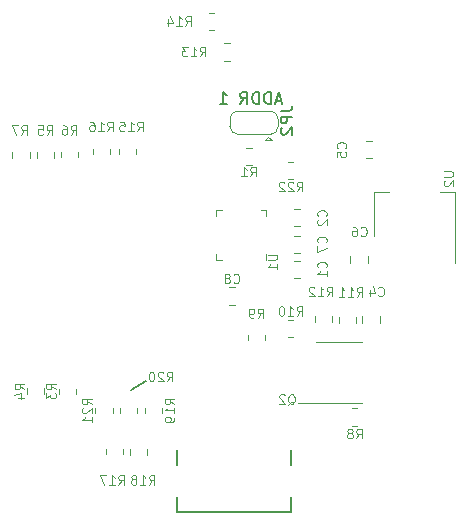
<source format=gbr>
%TF.GenerationSoftware,KiCad,Pcbnew,7.0.7-7.0.7~ubuntu23.04.1*%
%TF.CreationDate,2023-10-13T11:28:34+00:00*%
%TF.ProjectId,USBPDSINK01,55534250-4453-4494-9e4b-30312e6b6963,rev?*%
%TF.SameCoordinates,Original*%
%TF.FileFunction,Legend,Bot*%
%TF.FilePolarity,Positive*%
%FSLAX46Y46*%
G04 Gerber Fmt 4.6, Leading zero omitted, Abs format (unit mm)*
G04 Created by KiCad (PCBNEW 7.0.7-7.0.7~ubuntu23.04.1) date 2023-10-13 11:28:34*
%MOMM*%
%LPD*%
G01*
G04 APERTURE LIST*
%ADD10C,0.150000*%
%ADD11C,0.100000*%
%ADD12C,0.120000*%
%ADD13C,0.200000*%
G04 APERTURE END LIST*
D10*
X16650000Y15905000D02*
X17950000Y16655000D01*
X29410839Y40395896D02*
X28934649Y40395896D01*
X29506077Y40110181D02*
X29172744Y41110181D01*
X29172744Y41110181D02*
X28839411Y40110181D01*
X28506077Y40110181D02*
X28506077Y41110181D01*
X28506077Y41110181D02*
X28267982Y41110181D01*
X28267982Y41110181D02*
X28125125Y41062562D01*
X28125125Y41062562D02*
X28029887Y40967324D01*
X28029887Y40967324D02*
X27982268Y40872086D01*
X27982268Y40872086D02*
X27934649Y40681610D01*
X27934649Y40681610D02*
X27934649Y40538753D01*
X27934649Y40538753D02*
X27982268Y40348277D01*
X27982268Y40348277D02*
X28029887Y40253039D01*
X28029887Y40253039D02*
X28125125Y40157800D01*
X28125125Y40157800D02*
X28267982Y40110181D01*
X28267982Y40110181D02*
X28506077Y40110181D01*
X27506077Y40110181D02*
X27506077Y41110181D01*
X27506077Y41110181D02*
X27267982Y41110181D01*
X27267982Y41110181D02*
X27125125Y41062562D01*
X27125125Y41062562D02*
X27029887Y40967324D01*
X27029887Y40967324D02*
X26982268Y40872086D01*
X26982268Y40872086D02*
X26934649Y40681610D01*
X26934649Y40681610D02*
X26934649Y40538753D01*
X26934649Y40538753D02*
X26982268Y40348277D01*
X26982268Y40348277D02*
X27029887Y40253039D01*
X27029887Y40253039D02*
X27125125Y40157800D01*
X27125125Y40157800D02*
X27267982Y40110181D01*
X27267982Y40110181D02*
X27506077Y40110181D01*
X25934649Y40110181D02*
X26267982Y40586372D01*
X26506077Y40110181D02*
X26506077Y41110181D01*
X26506077Y41110181D02*
X26125125Y41110181D01*
X26125125Y41110181D02*
X26029887Y41062562D01*
X26029887Y41062562D02*
X25982268Y41014943D01*
X25982268Y41014943D02*
X25934649Y40919705D01*
X25934649Y40919705D02*
X25934649Y40776848D01*
X25934649Y40776848D02*
X25982268Y40681610D01*
X25982268Y40681610D02*
X26029887Y40633991D01*
X26029887Y40633991D02*
X26125125Y40586372D01*
X26125125Y40586372D02*
X26506077Y40586372D01*
X24220363Y40110181D02*
X24791791Y40110181D01*
X24506077Y40110181D02*
X24506077Y41110181D01*
X24506077Y41110181D02*
X24601315Y40967324D01*
X24601315Y40967324D02*
X24696553Y40872086D01*
X24696553Y40872086D02*
X24791791Y40824467D01*
D11*
X30714285Y22185105D02*
X30980952Y22566058D01*
X31171428Y22185105D02*
X31171428Y22985105D01*
X31171428Y22985105D02*
X30866666Y22985105D01*
X30866666Y22985105D02*
X30790476Y22947010D01*
X30790476Y22947010D02*
X30752381Y22908915D01*
X30752381Y22908915D02*
X30714285Y22832724D01*
X30714285Y22832724D02*
X30714285Y22718439D01*
X30714285Y22718439D02*
X30752381Y22642248D01*
X30752381Y22642248D02*
X30790476Y22604153D01*
X30790476Y22604153D02*
X30866666Y22566058D01*
X30866666Y22566058D02*
X31171428Y22566058D01*
X29952381Y22185105D02*
X30409524Y22185105D01*
X30180952Y22185105D02*
X30180952Y22985105D01*
X30180952Y22985105D02*
X30257143Y22870820D01*
X30257143Y22870820D02*
X30333333Y22794629D01*
X30333333Y22794629D02*
X30409524Y22756534D01*
X29457142Y22985105D02*
X29380952Y22985105D01*
X29380952Y22985105D02*
X29304761Y22947010D01*
X29304761Y22947010D02*
X29266666Y22908915D01*
X29266666Y22908915D02*
X29228571Y22832724D01*
X29228571Y22832724D02*
X29190476Y22680343D01*
X29190476Y22680343D02*
X29190476Y22489867D01*
X29190476Y22489867D02*
X29228571Y22337486D01*
X29228571Y22337486D02*
X29266666Y22261296D01*
X29266666Y22261296D02*
X29304761Y22223200D01*
X29304761Y22223200D02*
X29380952Y22185105D01*
X29380952Y22185105D02*
X29457142Y22185105D01*
X29457142Y22185105D02*
X29533333Y22223200D01*
X29533333Y22223200D02*
X29571428Y22261296D01*
X29571428Y22261296D02*
X29609523Y22337486D01*
X29609523Y22337486D02*
X29647619Y22489867D01*
X29647619Y22489867D02*
X29647619Y22680343D01*
X29647619Y22680343D02*
X29609523Y22832724D01*
X29609523Y22832724D02*
X29571428Y22908915D01*
X29571428Y22908915D02*
X29533333Y22947010D01*
X29533333Y22947010D02*
X29457142Y22985105D01*
X33264285Y23835105D02*
X33530952Y24216058D01*
X33721428Y23835105D02*
X33721428Y24635105D01*
X33721428Y24635105D02*
X33416666Y24635105D01*
X33416666Y24635105D02*
X33340476Y24597010D01*
X33340476Y24597010D02*
X33302381Y24558915D01*
X33302381Y24558915D02*
X33264285Y24482724D01*
X33264285Y24482724D02*
X33264285Y24368439D01*
X33264285Y24368439D02*
X33302381Y24292248D01*
X33302381Y24292248D02*
X33340476Y24254153D01*
X33340476Y24254153D02*
X33416666Y24216058D01*
X33416666Y24216058D02*
X33721428Y24216058D01*
X32502381Y23835105D02*
X32959524Y23835105D01*
X32730952Y23835105D02*
X32730952Y24635105D01*
X32730952Y24635105D02*
X32807143Y24520820D01*
X32807143Y24520820D02*
X32883333Y24444629D01*
X32883333Y24444629D02*
X32959524Y24406534D01*
X32197619Y24558915D02*
X32159523Y24597010D01*
X32159523Y24597010D02*
X32083333Y24635105D01*
X32083333Y24635105D02*
X31892857Y24635105D01*
X31892857Y24635105D02*
X31816666Y24597010D01*
X31816666Y24597010D02*
X31778571Y24558915D01*
X31778571Y24558915D02*
X31740476Y24482724D01*
X31740476Y24482724D02*
X31740476Y24406534D01*
X31740476Y24406534D02*
X31778571Y24292248D01*
X31778571Y24292248D02*
X32235714Y23835105D01*
X32235714Y23835105D02*
X31740476Y23835105D01*
X34838704Y36363333D02*
X34876800Y36401429D01*
X34876800Y36401429D02*
X34914895Y36515714D01*
X34914895Y36515714D02*
X34914895Y36591905D01*
X34914895Y36591905D02*
X34876800Y36706191D01*
X34876800Y36706191D02*
X34800609Y36782381D01*
X34800609Y36782381D02*
X34724419Y36820476D01*
X34724419Y36820476D02*
X34572038Y36858572D01*
X34572038Y36858572D02*
X34457752Y36858572D01*
X34457752Y36858572D02*
X34305371Y36820476D01*
X34305371Y36820476D02*
X34229180Y36782381D01*
X34229180Y36782381D02*
X34152990Y36706191D01*
X34152990Y36706191D02*
X34114895Y36591905D01*
X34114895Y36591905D02*
X34114895Y36515714D01*
X34114895Y36515714D02*
X34152990Y36401429D01*
X34152990Y36401429D02*
X34191085Y36363333D01*
X34114895Y35639524D02*
X34114895Y36020476D01*
X34114895Y36020476D02*
X34495847Y36058572D01*
X34495847Y36058572D02*
X34457752Y36020476D01*
X34457752Y36020476D02*
X34419657Y35944286D01*
X34419657Y35944286D02*
X34419657Y35753810D01*
X34419657Y35753810D02*
X34457752Y35677619D01*
X34457752Y35677619D02*
X34495847Y35639524D01*
X34495847Y35639524D02*
X34572038Y35601429D01*
X34572038Y35601429D02*
X34762514Y35601429D01*
X34762514Y35601429D02*
X34838704Y35639524D01*
X34838704Y35639524D02*
X34876800Y35677619D01*
X34876800Y35677619D02*
X34914895Y35753810D01*
X34914895Y35753810D02*
X34914895Y35944286D01*
X34914895Y35944286D02*
X34876800Y36020476D01*
X34876800Y36020476D02*
X34838704Y36058572D01*
X35745832Y11785105D02*
X36012499Y12166058D01*
X36202975Y11785105D02*
X36202975Y12585105D01*
X36202975Y12585105D02*
X35898213Y12585105D01*
X35898213Y12585105D02*
X35822023Y12547010D01*
X35822023Y12547010D02*
X35783928Y12508915D01*
X35783928Y12508915D02*
X35745832Y12432724D01*
X35745832Y12432724D02*
X35745832Y12318439D01*
X35745832Y12318439D02*
X35783928Y12242248D01*
X35783928Y12242248D02*
X35822023Y12204153D01*
X35822023Y12204153D02*
X35898213Y12166058D01*
X35898213Y12166058D02*
X36202975Y12166058D01*
X35288690Y12242248D02*
X35364880Y12280343D01*
X35364880Y12280343D02*
X35402975Y12318439D01*
X35402975Y12318439D02*
X35441071Y12394629D01*
X35441071Y12394629D02*
X35441071Y12432724D01*
X35441071Y12432724D02*
X35402975Y12508915D01*
X35402975Y12508915D02*
X35364880Y12547010D01*
X35364880Y12547010D02*
X35288690Y12585105D01*
X35288690Y12585105D02*
X35136309Y12585105D01*
X35136309Y12585105D02*
X35060118Y12547010D01*
X35060118Y12547010D02*
X35022023Y12508915D01*
X35022023Y12508915D02*
X34983928Y12432724D01*
X34983928Y12432724D02*
X34983928Y12394629D01*
X34983928Y12394629D02*
X35022023Y12318439D01*
X35022023Y12318439D02*
X35060118Y12280343D01*
X35060118Y12280343D02*
X35136309Y12242248D01*
X35136309Y12242248D02*
X35288690Y12242248D01*
X35288690Y12242248D02*
X35364880Y12204153D01*
X35364880Y12204153D02*
X35402975Y12166058D01*
X35402975Y12166058D02*
X35441071Y12089867D01*
X35441071Y12089867D02*
X35441071Y11937486D01*
X35441071Y11937486D02*
X35402975Y11861296D01*
X35402975Y11861296D02*
X35364880Y11823200D01*
X35364880Y11823200D02*
X35288690Y11785105D01*
X35288690Y11785105D02*
X35136309Y11785105D01*
X35136309Y11785105D02*
X35060118Y11823200D01*
X35060118Y11823200D02*
X35022023Y11861296D01*
X35022023Y11861296D02*
X34983928Y11937486D01*
X34983928Y11937486D02*
X34983928Y12089867D01*
X34983928Y12089867D02*
X35022023Y12166058D01*
X35022023Y12166058D02*
X35060118Y12204153D01*
X35060118Y12204153D02*
X35136309Y12242248D01*
X30726785Y32715105D02*
X30993452Y33096058D01*
X31183928Y32715105D02*
X31183928Y33515105D01*
X31183928Y33515105D02*
X30879166Y33515105D01*
X30879166Y33515105D02*
X30802976Y33477010D01*
X30802976Y33477010D02*
X30764881Y33438915D01*
X30764881Y33438915D02*
X30726785Y33362724D01*
X30726785Y33362724D02*
X30726785Y33248439D01*
X30726785Y33248439D02*
X30764881Y33172248D01*
X30764881Y33172248D02*
X30802976Y33134153D01*
X30802976Y33134153D02*
X30879166Y33096058D01*
X30879166Y33096058D02*
X31183928Y33096058D01*
X30422024Y33438915D02*
X30383928Y33477010D01*
X30383928Y33477010D02*
X30307738Y33515105D01*
X30307738Y33515105D02*
X30117262Y33515105D01*
X30117262Y33515105D02*
X30041071Y33477010D01*
X30041071Y33477010D02*
X30002976Y33438915D01*
X30002976Y33438915D02*
X29964881Y33362724D01*
X29964881Y33362724D02*
X29964881Y33286534D01*
X29964881Y33286534D02*
X30002976Y33172248D01*
X30002976Y33172248D02*
X30460119Y32715105D01*
X30460119Y32715105D02*
X29964881Y32715105D01*
X29660119Y33438915D02*
X29622023Y33477010D01*
X29622023Y33477010D02*
X29545833Y33515105D01*
X29545833Y33515105D02*
X29355357Y33515105D01*
X29355357Y33515105D02*
X29279166Y33477010D01*
X29279166Y33477010D02*
X29241071Y33438915D01*
X29241071Y33438915D02*
X29202976Y33362724D01*
X29202976Y33362724D02*
X29202976Y33286534D01*
X29202976Y33286534D02*
X29241071Y33172248D01*
X29241071Y33172248D02*
X29698214Y32715105D01*
X29698214Y32715105D02*
X29202976Y32715105D01*
X36133332Y28971296D02*
X36171428Y28933200D01*
X36171428Y28933200D02*
X36285713Y28895105D01*
X36285713Y28895105D02*
X36361904Y28895105D01*
X36361904Y28895105D02*
X36476190Y28933200D01*
X36476190Y28933200D02*
X36552380Y29009391D01*
X36552380Y29009391D02*
X36590475Y29085581D01*
X36590475Y29085581D02*
X36628571Y29237962D01*
X36628571Y29237962D02*
X36628571Y29352248D01*
X36628571Y29352248D02*
X36590475Y29504629D01*
X36590475Y29504629D02*
X36552380Y29580820D01*
X36552380Y29580820D02*
X36476190Y29657010D01*
X36476190Y29657010D02*
X36361904Y29695105D01*
X36361904Y29695105D02*
X36285713Y29695105D01*
X36285713Y29695105D02*
X36171428Y29657010D01*
X36171428Y29657010D02*
X36133332Y29618915D01*
X35447618Y29695105D02*
X35599999Y29695105D01*
X35599999Y29695105D02*
X35676190Y29657010D01*
X35676190Y29657010D02*
X35714285Y29618915D01*
X35714285Y29618915D02*
X35790475Y29504629D01*
X35790475Y29504629D02*
X35828571Y29352248D01*
X35828571Y29352248D02*
X35828571Y29047486D01*
X35828571Y29047486D02*
X35790475Y28971296D01*
X35790475Y28971296D02*
X35752380Y28933200D01*
X35752380Y28933200D02*
X35676190Y28895105D01*
X35676190Y28895105D02*
X35523809Y28895105D01*
X35523809Y28895105D02*
X35447618Y28933200D01*
X35447618Y28933200D02*
X35409523Y28971296D01*
X35409523Y28971296D02*
X35371428Y29047486D01*
X35371428Y29047486D02*
X35371428Y29237962D01*
X35371428Y29237962D02*
X35409523Y29314153D01*
X35409523Y29314153D02*
X35447618Y29352248D01*
X35447618Y29352248D02*
X35523809Y29390343D01*
X35523809Y29390343D02*
X35676190Y29390343D01*
X35676190Y29390343D02*
X35752380Y29352248D01*
X35752380Y29352248D02*
X35790475Y29314153D01*
X35790475Y29314153D02*
X35828571Y29237962D01*
X29976190Y14638915D02*
X30052380Y14677010D01*
X30052380Y14677010D02*
X30128571Y14753200D01*
X30128571Y14753200D02*
X30242857Y14867486D01*
X30242857Y14867486D02*
X30319047Y14905581D01*
X30319047Y14905581D02*
X30395238Y14905581D01*
X30357142Y14715105D02*
X30433333Y14753200D01*
X30433333Y14753200D02*
X30509523Y14829391D01*
X30509523Y14829391D02*
X30547619Y14981772D01*
X30547619Y14981772D02*
X30547619Y15248439D01*
X30547619Y15248439D02*
X30509523Y15400820D01*
X30509523Y15400820D02*
X30433333Y15477010D01*
X30433333Y15477010D02*
X30357142Y15515105D01*
X30357142Y15515105D02*
X30204761Y15515105D01*
X30204761Y15515105D02*
X30128571Y15477010D01*
X30128571Y15477010D02*
X30052380Y15400820D01*
X30052380Y15400820D02*
X30014285Y15248439D01*
X30014285Y15248439D02*
X30014285Y14981772D01*
X30014285Y14981772D02*
X30052380Y14829391D01*
X30052380Y14829391D02*
X30128571Y14753200D01*
X30128571Y14753200D02*
X30204761Y14715105D01*
X30204761Y14715105D02*
X30357142Y14715105D01*
X29709524Y15438915D02*
X29671428Y15477010D01*
X29671428Y15477010D02*
X29595238Y15515105D01*
X29595238Y15515105D02*
X29404762Y15515105D01*
X29404762Y15515105D02*
X29328571Y15477010D01*
X29328571Y15477010D02*
X29290476Y15438915D01*
X29290476Y15438915D02*
X29252381Y15362724D01*
X29252381Y15362724D02*
X29252381Y15286534D01*
X29252381Y15286534D02*
X29290476Y15172248D01*
X29290476Y15172248D02*
X29747619Y14715105D01*
X29747619Y14715105D02*
X29252381Y14715105D01*
X33188704Y30613333D02*
X33226800Y30651429D01*
X33226800Y30651429D02*
X33264895Y30765714D01*
X33264895Y30765714D02*
X33264895Y30841905D01*
X33264895Y30841905D02*
X33226800Y30956191D01*
X33226800Y30956191D02*
X33150609Y31032381D01*
X33150609Y31032381D02*
X33074419Y31070476D01*
X33074419Y31070476D02*
X32922038Y31108572D01*
X32922038Y31108572D02*
X32807752Y31108572D01*
X32807752Y31108572D02*
X32655371Y31070476D01*
X32655371Y31070476D02*
X32579180Y31032381D01*
X32579180Y31032381D02*
X32502990Y30956191D01*
X32502990Y30956191D02*
X32464895Y30841905D01*
X32464895Y30841905D02*
X32464895Y30765714D01*
X32464895Y30765714D02*
X32502990Y30651429D01*
X32502990Y30651429D02*
X32541085Y30613333D01*
X32541085Y30308572D02*
X32502990Y30270476D01*
X32502990Y30270476D02*
X32464895Y30194286D01*
X32464895Y30194286D02*
X32464895Y30003810D01*
X32464895Y30003810D02*
X32502990Y29927619D01*
X32502990Y29927619D02*
X32541085Y29889524D01*
X32541085Y29889524D02*
X32617276Y29851429D01*
X32617276Y29851429D02*
X32693466Y29851429D01*
X32693466Y29851429D02*
X32807752Y29889524D01*
X32807752Y29889524D02*
X33264895Y30346667D01*
X33264895Y30346667D02*
X33264895Y29851429D01*
X43164895Y34389524D02*
X43812514Y34389524D01*
X43812514Y34389524D02*
X43888704Y34351429D01*
X43888704Y34351429D02*
X43926800Y34313334D01*
X43926800Y34313334D02*
X43964895Y34237143D01*
X43964895Y34237143D02*
X43964895Y34084762D01*
X43964895Y34084762D02*
X43926800Y34008572D01*
X43926800Y34008572D02*
X43888704Y33970477D01*
X43888704Y33970477D02*
X43812514Y33932381D01*
X43812514Y33932381D02*
X43164895Y33932381D01*
X43241085Y33589525D02*
X43202990Y33551429D01*
X43202990Y33551429D02*
X43164895Y33475239D01*
X43164895Y33475239D02*
X43164895Y33284763D01*
X43164895Y33284763D02*
X43202990Y33208572D01*
X43202990Y33208572D02*
X43241085Y33170477D01*
X43241085Y33170477D02*
X43317276Y33132382D01*
X43317276Y33132382D02*
X43393466Y33132382D01*
X43393466Y33132382D02*
X43507752Y33170477D01*
X43507752Y33170477D02*
X43964895Y33627620D01*
X43964895Y33627620D02*
X43964895Y33132382D01*
X25363332Y24991296D02*
X25401428Y24953200D01*
X25401428Y24953200D02*
X25515713Y24915105D01*
X25515713Y24915105D02*
X25591904Y24915105D01*
X25591904Y24915105D02*
X25706190Y24953200D01*
X25706190Y24953200D02*
X25782380Y25029391D01*
X25782380Y25029391D02*
X25820475Y25105581D01*
X25820475Y25105581D02*
X25858571Y25257962D01*
X25858571Y25257962D02*
X25858571Y25372248D01*
X25858571Y25372248D02*
X25820475Y25524629D01*
X25820475Y25524629D02*
X25782380Y25600820D01*
X25782380Y25600820D02*
X25706190Y25677010D01*
X25706190Y25677010D02*
X25591904Y25715105D01*
X25591904Y25715105D02*
X25515713Y25715105D01*
X25515713Y25715105D02*
X25401428Y25677010D01*
X25401428Y25677010D02*
X25363332Y25638915D01*
X24906190Y25372248D02*
X24982380Y25410343D01*
X24982380Y25410343D02*
X25020475Y25448439D01*
X25020475Y25448439D02*
X25058571Y25524629D01*
X25058571Y25524629D02*
X25058571Y25562724D01*
X25058571Y25562724D02*
X25020475Y25638915D01*
X25020475Y25638915D02*
X24982380Y25677010D01*
X24982380Y25677010D02*
X24906190Y25715105D01*
X24906190Y25715105D02*
X24753809Y25715105D01*
X24753809Y25715105D02*
X24677618Y25677010D01*
X24677618Y25677010D02*
X24639523Y25638915D01*
X24639523Y25638915D02*
X24601428Y25562724D01*
X24601428Y25562724D02*
X24601428Y25524629D01*
X24601428Y25524629D02*
X24639523Y25448439D01*
X24639523Y25448439D02*
X24677618Y25410343D01*
X24677618Y25410343D02*
X24753809Y25372248D01*
X24753809Y25372248D02*
X24906190Y25372248D01*
X24906190Y25372248D02*
X24982380Y25334153D01*
X24982380Y25334153D02*
X25020475Y25296058D01*
X25020475Y25296058D02*
X25058571Y25219867D01*
X25058571Y25219867D02*
X25058571Y25067486D01*
X25058571Y25067486D02*
X25020475Y24991296D01*
X25020475Y24991296D02*
X24982380Y24953200D01*
X24982380Y24953200D02*
X24906190Y24915105D01*
X24906190Y24915105D02*
X24753809Y24915105D01*
X24753809Y24915105D02*
X24677618Y24953200D01*
X24677618Y24953200D02*
X24639523Y24991296D01*
X24639523Y24991296D02*
X24601428Y25067486D01*
X24601428Y25067486D02*
X24601428Y25219867D01*
X24601428Y25219867D02*
X24639523Y25296058D01*
X24639523Y25296058D02*
X24677618Y25334153D01*
X24677618Y25334153D02*
X24753809Y25372248D01*
X14664285Y37815105D02*
X14930952Y38196058D01*
X15121428Y37815105D02*
X15121428Y38615105D01*
X15121428Y38615105D02*
X14816666Y38615105D01*
X14816666Y38615105D02*
X14740476Y38577010D01*
X14740476Y38577010D02*
X14702381Y38538915D01*
X14702381Y38538915D02*
X14664285Y38462724D01*
X14664285Y38462724D02*
X14664285Y38348439D01*
X14664285Y38348439D02*
X14702381Y38272248D01*
X14702381Y38272248D02*
X14740476Y38234153D01*
X14740476Y38234153D02*
X14816666Y38196058D01*
X14816666Y38196058D02*
X15121428Y38196058D01*
X13902381Y37815105D02*
X14359524Y37815105D01*
X14130952Y37815105D02*
X14130952Y38615105D01*
X14130952Y38615105D02*
X14207143Y38500820D01*
X14207143Y38500820D02*
X14283333Y38424629D01*
X14283333Y38424629D02*
X14359524Y38386534D01*
X13216666Y38615105D02*
X13369047Y38615105D01*
X13369047Y38615105D02*
X13445238Y38577010D01*
X13445238Y38577010D02*
X13483333Y38538915D01*
X13483333Y38538915D02*
X13559523Y38424629D01*
X13559523Y38424629D02*
X13597619Y38272248D01*
X13597619Y38272248D02*
X13597619Y37967486D01*
X13597619Y37967486D02*
X13559523Y37891296D01*
X13559523Y37891296D02*
X13521428Y37853200D01*
X13521428Y37853200D02*
X13445238Y37815105D01*
X13445238Y37815105D02*
X13292857Y37815105D01*
X13292857Y37815105D02*
X13216666Y37853200D01*
X13216666Y37853200D02*
X13178571Y37891296D01*
X13178571Y37891296D02*
X13140476Y37967486D01*
X13140476Y37967486D02*
X13140476Y38157962D01*
X13140476Y38157962D02*
X13178571Y38234153D01*
X13178571Y38234153D02*
X13216666Y38272248D01*
X13216666Y38272248D02*
X13292857Y38310343D01*
X13292857Y38310343D02*
X13445238Y38310343D01*
X13445238Y38310343D02*
X13521428Y38272248D01*
X13521428Y38272248D02*
X13559523Y38234153D01*
X13559523Y38234153D02*
X13597619Y38157962D01*
X27433332Y21985105D02*
X27699999Y22366058D01*
X27890475Y21985105D02*
X27890475Y22785105D01*
X27890475Y22785105D02*
X27585713Y22785105D01*
X27585713Y22785105D02*
X27509523Y22747010D01*
X27509523Y22747010D02*
X27471428Y22708915D01*
X27471428Y22708915D02*
X27433332Y22632724D01*
X27433332Y22632724D02*
X27433332Y22518439D01*
X27433332Y22518439D02*
X27471428Y22442248D01*
X27471428Y22442248D02*
X27509523Y22404153D01*
X27509523Y22404153D02*
X27585713Y22366058D01*
X27585713Y22366058D02*
X27890475Y22366058D01*
X27052380Y21985105D02*
X26899999Y21985105D01*
X26899999Y21985105D02*
X26823809Y22023200D01*
X26823809Y22023200D02*
X26785713Y22061296D01*
X26785713Y22061296D02*
X26709523Y22175581D01*
X26709523Y22175581D02*
X26671428Y22327962D01*
X26671428Y22327962D02*
X26671428Y22632724D01*
X26671428Y22632724D02*
X26709523Y22708915D01*
X26709523Y22708915D02*
X26747618Y22747010D01*
X26747618Y22747010D02*
X26823809Y22785105D01*
X26823809Y22785105D02*
X26976190Y22785105D01*
X26976190Y22785105D02*
X27052380Y22747010D01*
X27052380Y22747010D02*
X27090475Y22708915D01*
X27090475Y22708915D02*
X27128571Y22632724D01*
X27128571Y22632724D02*
X27128571Y22442248D01*
X27128571Y22442248D02*
X27090475Y22366058D01*
X27090475Y22366058D02*
X27052380Y22327962D01*
X27052380Y22327962D02*
X26976190Y22289867D01*
X26976190Y22289867D02*
X26823809Y22289867D01*
X26823809Y22289867D02*
X26747618Y22327962D01*
X26747618Y22327962D02*
X26709523Y22366058D01*
X26709523Y22366058D02*
X26671428Y22442248D01*
X11583332Y37515105D02*
X11849999Y37896058D01*
X12040475Y37515105D02*
X12040475Y38315105D01*
X12040475Y38315105D02*
X11735713Y38315105D01*
X11735713Y38315105D02*
X11659523Y38277010D01*
X11659523Y38277010D02*
X11621428Y38238915D01*
X11621428Y38238915D02*
X11583332Y38162724D01*
X11583332Y38162724D02*
X11583332Y38048439D01*
X11583332Y38048439D02*
X11621428Y37972248D01*
X11621428Y37972248D02*
X11659523Y37934153D01*
X11659523Y37934153D02*
X11735713Y37896058D01*
X11735713Y37896058D02*
X12040475Y37896058D01*
X10897618Y38315105D02*
X11049999Y38315105D01*
X11049999Y38315105D02*
X11126190Y38277010D01*
X11126190Y38277010D02*
X11164285Y38238915D01*
X11164285Y38238915D02*
X11240475Y38124629D01*
X11240475Y38124629D02*
X11278571Y37972248D01*
X11278571Y37972248D02*
X11278571Y37667486D01*
X11278571Y37667486D02*
X11240475Y37591296D01*
X11240475Y37591296D02*
X11202380Y37553200D01*
X11202380Y37553200D02*
X11126190Y37515105D01*
X11126190Y37515105D02*
X10973809Y37515105D01*
X10973809Y37515105D02*
X10897618Y37553200D01*
X10897618Y37553200D02*
X10859523Y37591296D01*
X10859523Y37591296D02*
X10821428Y37667486D01*
X10821428Y37667486D02*
X10821428Y37857962D01*
X10821428Y37857962D02*
X10859523Y37934153D01*
X10859523Y37934153D02*
X10897618Y37972248D01*
X10897618Y37972248D02*
X10973809Y38010343D01*
X10973809Y38010343D02*
X11126190Y38010343D01*
X11126190Y38010343D02*
X11202380Y37972248D01*
X11202380Y37972248D02*
X11240475Y37934153D01*
X11240475Y37934153D02*
X11278571Y37857962D01*
X33188704Y26263333D02*
X33226800Y26301429D01*
X33226800Y26301429D02*
X33264895Y26415714D01*
X33264895Y26415714D02*
X33264895Y26491905D01*
X33264895Y26491905D02*
X33226800Y26606191D01*
X33226800Y26606191D02*
X33150609Y26682381D01*
X33150609Y26682381D02*
X33074419Y26720476D01*
X33074419Y26720476D02*
X32922038Y26758572D01*
X32922038Y26758572D02*
X32807752Y26758572D01*
X32807752Y26758572D02*
X32655371Y26720476D01*
X32655371Y26720476D02*
X32579180Y26682381D01*
X32579180Y26682381D02*
X32502990Y26606191D01*
X32502990Y26606191D02*
X32464895Y26491905D01*
X32464895Y26491905D02*
X32464895Y26415714D01*
X32464895Y26415714D02*
X32502990Y26301429D01*
X32502990Y26301429D02*
X32541085Y26263333D01*
X33264895Y25501429D02*
X33264895Y25958572D01*
X33264895Y25730000D02*
X32464895Y25730000D01*
X32464895Y25730000D02*
X32579180Y25806191D01*
X32579180Y25806191D02*
X32655371Y25882381D01*
X32655371Y25882381D02*
X32693466Y25958572D01*
X19714285Y16635105D02*
X19980952Y17016058D01*
X20171428Y16635105D02*
X20171428Y17435105D01*
X20171428Y17435105D02*
X19866666Y17435105D01*
X19866666Y17435105D02*
X19790476Y17397010D01*
X19790476Y17397010D02*
X19752381Y17358915D01*
X19752381Y17358915D02*
X19714285Y17282724D01*
X19714285Y17282724D02*
X19714285Y17168439D01*
X19714285Y17168439D02*
X19752381Y17092248D01*
X19752381Y17092248D02*
X19790476Y17054153D01*
X19790476Y17054153D02*
X19866666Y17016058D01*
X19866666Y17016058D02*
X20171428Y17016058D01*
X19409524Y17358915D02*
X19371428Y17397010D01*
X19371428Y17397010D02*
X19295238Y17435105D01*
X19295238Y17435105D02*
X19104762Y17435105D01*
X19104762Y17435105D02*
X19028571Y17397010D01*
X19028571Y17397010D02*
X18990476Y17358915D01*
X18990476Y17358915D02*
X18952381Y17282724D01*
X18952381Y17282724D02*
X18952381Y17206534D01*
X18952381Y17206534D02*
X18990476Y17092248D01*
X18990476Y17092248D02*
X19447619Y16635105D01*
X19447619Y16635105D02*
X18952381Y16635105D01*
X18457142Y17435105D02*
X18380952Y17435105D01*
X18380952Y17435105D02*
X18304761Y17397010D01*
X18304761Y17397010D02*
X18266666Y17358915D01*
X18266666Y17358915D02*
X18228571Y17282724D01*
X18228571Y17282724D02*
X18190476Y17130343D01*
X18190476Y17130343D02*
X18190476Y16939867D01*
X18190476Y16939867D02*
X18228571Y16787486D01*
X18228571Y16787486D02*
X18266666Y16711296D01*
X18266666Y16711296D02*
X18304761Y16673200D01*
X18304761Y16673200D02*
X18380952Y16635105D01*
X18380952Y16635105D02*
X18457142Y16635105D01*
X18457142Y16635105D02*
X18533333Y16673200D01*
X18533333Y16673200D02*
X18571428Y16711296D01*
X18571428Y16711296D02*
X18609523Y16787486D01*
X18609523Y16787486D02*
X18647619Y16939867D01*
X18647619Y16939867D02*
X18647619Y17130343D01*
X18647619Y17130343D02*
X18609523Y17282724D01*
X18609523Y17282724D02*
X18571428Y17358915D01*
X18571428Y17358915D02*
X18533333Y17397010D01*
X18533333Y17397010D02*
X18457142Y17435105D01*
X18214285Y7885105D02*
X18480952Y8266058D01*
X18671428Y7885105D02*
X18671428Y8685105D01*
X18671428Y8685105D02*
X18366666Y8685105D01*
X18366666Y8685105D02*
X18290476Y8647010D01*
X18290476Y8647010D02*
X18252381Y8608915D01*
X18252381Y8608915D02*
X18214285Y8532724D01*
X18214285Y8532724D02*
X18214285Y8418439D01*
X18214285Y8418439D02*
X18252381Y8342248D01*
X18252381Y8342248D02*
X18290476Y8304153D01*
X18290476Y8304153D02*
X18366666Y8266058D01*
X18366666Y8266058D02*
X18671428Y8266058D01*
X17452381Y7885105D02*
X17909524Y7885105D01*
X17680952Y7885105D02*
X17680952Y8685105D01*
X17680952Y8685105D02*
X17757143Y8570820D01*
X17757143Y8570820D02*
X17833333Y8494629D01*
X17833333Y8494629D02*
X17909524Y8456534D01*
X16995238Y8342248D02*
X17071428Y8380343D01*
X17071428Y8380343D02*
X17109523Y8418439D01*
X17109523Y8418439D02*
X17147619Y8494629D01*
X17147619Y8494629D02*
X17147619Y8532724D01*
X17147619Y8532724D02*
X17109523Y8608915D01*
X17109523Y8608915D02*
X17071428Y8647010D01*
X17071428Y8647010D02*
X16995238Y8685105D01*
X16995238Y8685105D02*
X16842857Y8685105D01*
X16842857Y8685105D02*
X16766666Y8647010D01*
X16766666Y8647010D02*
X16728571Y8608915D01*
X16728571Y8608915D02*
X16690476Y8532724D01*
X16690476Y8532724D02*
X16690476Y8494629D01*
X16690476Y8494629D02*
X16728571Y8418439D01*
X16728571Y8418439D02*
X16766666Y8380343D01*
X16766666Y8380343D02*
X16842857Y8342248D01*
X16842857Y8342248D02*
X16995238Y8342248D01*
X16995238Y8342248D02*
X17071428Y8304153D01*
X17071428Y8304153D02*
X17109523Y8266058D01*
X17109523Y8266058D02*
X17147619Y8189867D01*
X17147619Y8189867D02*
X17147619Y8037486D01*
X17147619Y8037486D02*
X17109523Y7961296D01*
X17109523Y7961296D02*
X17071428Y7923200D01*
X17071428Y7923200D02*
X16995238Y7885105D01*
X16995238Y7885105D02*
X16842857Y7885105D01*
X16842857Y7885105D02*
X16766666Y7923200D01*
X16766666Y7923200D02*
X16728571Y7961296D01*
X16728571Y7961296D02*
X16690476Y8037486D01*
X16690476Y8037486D02*
X16690476Y8189867D01*
X16690476Y8189867D02*
X16728571Y8266058D01*
X16728571Y8266058D02*
X16766666Y8304153D01*
X16766666Y8304153D02*
X16842857Y8342248D01*
X22514285Y44135105D02*
X22780952Y44516058D01*
X22971428Y44135105D02*
X22971428Y44935105D01*
X22971428Y44935105D02*
X22666666Y44935105D01*
X22666666Y44935105D02*
X22590476Y44897010D01*
X22590476Y44897010D02*
X22552381Y44858915D01*
X22552381Y44858915D02*
X22514285Y44782724D01*
X22514285Y44782724D02*
X22514285Y44668439D01*
X22514285Y44668439D02*
X22552381Y44592248D01*
X22552381Y44592248D02*
X22590476Y44554153D01*
X22590476Y44554153D02*
X22666666Y44516058D01*
X22666666Y44516058D02*
X22971428Y44516058D01*
X21752381Y44135105D02*
X22209524Y44135105D01*
X21980952Y44135105D02*
X21980952Y44935105D01*
X21980952Y44935105D02*
X22057143Y44820820D01*
X22057143Y44820820D02*
X22133333Y44744629D01*
X22133333Y44744629D02*
X22209524Y44706534D01*
X21485714Y44935105D02*
X20990476Y44935105D01*
X20990476Y44935105D02*
X21257142Y44630343D01*
X21257142Y44630343D02*
X21142857Y44630343D01*
X21142857Y44630343D02*
X21066666Y44592248D01*
X21066666Y44592248D02*
X21028571Y44554153D01*
X21028571Y44554153D02*
X20990476Y44477962D01*
X20990476Y44477962D02*
X20990476Y44287486D01*
X20990476Y44287486D02*
X21028571Y44211296D01*
X21028571Y44211296D02*
X21066666Y44173200D01*
X21066666Y44173200D02*
X21142857Y44135105D01*
X21142857Y44135105D02*
X21371428Y44135105D01*
X21371428Y44135105D02*
X21447619Y44173200D01*
X21447619Y44173200D02*
X21485714Y44211296D01*
X10324895Y15933333D02*
X9943942Y16200000D01*
X10324895Y16390476D02*
X9524895Y16390476D01*
X9524895Y16390476D02*
X9524895Y16085714D01*
X9524895Y16085714D02*
X9562990Y16009524D01*
X9562990Y16009524D02*
X9601085Y15971429D01*
X9601085Y15971429D02*
X9677276Y15933333D01*
X9677276Y15933333D02*
X9791561Y15933333D01*
X9791561Y15933333D02*
X9867752Y15971429D01*
X9867752Y15971429D02*
X9905847Y16009524D01*
X9905847Y16009524D02*
X9943942Y16085714D01*
X9943942Y16085714D02*
X9943942Y16390476D01*
X9524895Y15666667D02*
X9524895Y15171429D01*
X9524895Y15171429D02*
X9829657Y15438095D01*
X9829657Y15438095D02*
X9829657Y15323810D01*
X9829657Y15323810D02*
X9867752Y15247619D01*
X9867752Y15247619D02*
X9905847Y15209524D01*
X9905847Y15209524D02*
X9982038Y15171429D01*
X9982038Y15171429D02*
X10172514Y15171429D01*
X10172514Y15171429D02*
X10248704Y15209524D01*
X10248704Y15209524D02*
X10286800Y15247619D01*
X10286800Y15247619D02*
X10324895Y15323810D01*
X10324895Y15323810D02*
X10324895Y15552381D01*
X10324895Y15552381D02*
X10286800Y15628572D01*
X10286800Y15628572D02*
X10248704Y15666667D01*
X28264895Y27359524D02*
X28912514Y27359524D01*
X28912514Y27359524D02*
X28988704Y27321429D01*
X28988704Y27321429D02*
X29026800Y27283334D01*
X29026800Y27283334D02*
X29064895Y27207143D01*
X29064895Y27207143D02*
X29064895Y27054762D01*
X29064895Y27054762D02*
X29026800Y26978572D01*
X29026800Y26978572D02*
X28988704Y26940477D01*
X28988704Y26940477D02*
X28912514Y26902381D01*
X28912514Y26902381D02*
X28264895Y26902381D01*
X29064895Y26102382D02*
X29064895Y26559525D01*
X29064895Y26330953D02*
X28264895Y26330953D01*
X28264895Y26330953D02*
X28379180Y26407144D01*
X28379180Y26407144D02*
X28455371Y26483334D01*
X28455371Y26483334D02*
X28493466Y26559525D01*
X15614285Y7885105D02*
X15880952Y8266058D01*
X16071428Y7885105D02*
X16071428Y8685105D01*
X16071428Y8685105D02*
X15766666Y8685105D01*
X15766666Y8685105D02*
X15690476Y8647010D01*
X15690476Y8647010D02*
X15652381Y8608915D01*
X15652381Y8608915D02*
X15614285Y8532724D01*
X15614285Y8532724D02*
X15614285Y8418439D01*
X15614285Y8418439D02*
X15652381Y8342248D01*
X15652381Y8342248D02*
X15690476Y8304153D01*
X15690476Y8304153D02*
X15766666Y8266058D01*
X15766666Y8266058D02*
X16071428Y8266058D01*
X14852381Y7885105D02*
X15309524Y7885105D01*
X15080952Y7885105D02*
X15080952Y8685105D01*
X15080952Y8685105D02*
X15157143Y8570820D01*
X15157143Y8570820D02*
X15233333Y8494629D01*
X15233333Y8494629D02*
X15309524Y8456534D01*
X14585714Y8685105D02*
X14052380Y8685105D01*
X14052380Y8685105D02*
X14395238Y7885105D01*
X17214285Y37815105D02*
X17480952Y38196058D01*
X17671428Y37815105D02*
X17671428Y38615105D01*
X17671428Y38615105D02*
X17366666Y38615105D01*
X17366666Y38615105D02*
X17290476Y38577010D01*
X17290476Y38577010D02*
X17252381Y38538915D01*
X17252381Y38538915D02*
X17214285Y38462724D01*
X17214285Y38462724D02*
X17214285Y38348439D01*
X17214285Y38348439D02*
X17252381Y38272248D01*
X17252381Y38272248D02*
X17290476Y38234153D01*
X17290476Y38234153D02*
X17366666Y38196058D01*
X17366666Y38196058D02*
X17671428Y38196058D01*
X16452381Y37815105D02*
X16909524Y37815105D01*
X16680952Y37815105D02*
X16680952Y38615105D01*
X16680952Y38615105D02*
X16757143Y38500820D01*
X16757143Y38500820D02*
X16833333Y38424629D01*
X16833333Y38424629D02*
X16909524Y38386534D01*
X15728571Y38615105D02*
X16109523Y38615105D01*
X16109523Y38615105D02*
X16147619Y38234153D01*
X16147619Y38234153D02*
X16109523Y38272248D01*
X16109523Y38272248D02*
X16033333Y38310343D01*
X16033333Y38310343D02*
X15842857Y38310343D01*
X15842857Y38310343D02*
X15766666Y38272248D01*
X15766666Y38272248D02*
X15728571Y38234153D01*
X15728571Y38234153D02*
X15690476Y38157962D01*
X15690476Y38157962D02*
X15690476Y37967486D01*
X15690476Y37967486D02*
X15728571Y37891296D01*
X15728571Y37891296D02*
X15766666Y37853200D01*
X15766666Y37853200D02*
X15842857Y37815105D01*
X15842857Y37815105D02*
X16033333Y37815105D01*
X16033333Y37815105D02*
X16109523Y37853200D01*
X16109523Y37853200D02*
X16147619Y37891296D01*
X7383332Y37515105D02*
X7649999Y37896058D01*
X7840475Y37515105D02*
X7840475Y38315105D01*
X7840475Y38315105D02*
X7535713Y38315105D01*
X7535713Y38315105D02*
X7459523Y38277010D01*
X7459523Y38277010D02*
X7421428Y38238915D01*
X7421428Y38238915D02*
X7383332Y38162724D01*
X7383332Y38162724D02*
X7383332Y38048439D01*
X7383332Y38048439D02*
X7421428Y37972248D01*
X7421428Y37972248D02*
X7459523Y37934153D01*
X7459523Y37934153D02*
X7535713Y37896058D01*
X7535713Y37896058D02*
X7840475Y37896058D01*
X7116666Y38315105D02*
X6583332Y38315105D01*
X6583332Y38315105D02*
X6926190Y37515105D01*
X9533332Y37515105D02*
X9799999Y37896058D01*
X9990475Y37515105D02*
X9990475Y38315105D01*
X9990475Y38315105D02*
X9685713Y38315105D01*
X9685713Y38315105D02*
X9609523Y38277010D01*
X9609523Y38277010D02*
X9571428Y38238915D01*
X9571428Y38238915D02*
X9533332Y38162724D01*
X9533332Y38162724D02*
X9533332Y38048439D01*
X9533332Y38048439D02*
X9571428Y37972248D01*
X9571428Y37972248D02*
X9609523Y37934153D01*
X9609523Y37934153D02*
X9685713Y37896058D01*
X9685713Y37896058D02*
X9990475Y37896058D01*
X8809523Y38315105D02*
X9190475Y38315105D01*
X9190475Y38315105D02*
X9228571Y37934153D01*
X9228571Y37934153D02*
X9190475Y37972248D01*
X9190475Y37972248D02*
X9114285Y38010343D01*
X9114285Y38010343D02*
X8923809Y38010343D01*
X8923809Y38010343D02*
X8847618Y37972248D01*
X8847618Y37972248D02*
X8809523Y37934153D01*
X8809523Y37934153D02*
X8771428Y37857962D01*
X8771428Y37857962D02*
X8771428Y37667486D01*
X8771428Y37667486D02*
X8809523Y37591296D01*
X8809523Y37591296D02*
X8847618Y37553200D01*
X8847618Y37553200D02*
X8923809Y37515105D01*
X8923809Y37515105D02*
X9114285Y37515105D01*
X9114285Y37515105D02*
X9190475Y37553200D01*
X9190475Y37553200D02*
X9228571Y37591296D01*
X33188704Y28383333D02*
X33226800Y28421429D01*
X33226800Y28421429D02*
X33264895Y28535714D01*
X33264895Y28535714D02*
X33264895Y28611905D01*
X33264895Y28611905D02*
X33226800Y28726191D01*
X33226800Y28726191D02*
X33150609Y28802381D01*
X33150609Y28802381D02*
X33074419Y28840476D01*
X33074419Y28840476D02*
X32922038Y28878572D01*
X32922038Y28878572D02*
X32807752Y28878572D01*
X32807752Y28878572D02*
X32655371Y28840476D01*
X32655371Y28840476D02*
X32579180Y28802381D01*
X32579180Y28802381D02*
X32502990Y28726191D01*
X32502990Y28726191D02*
X32464895Y28611905D01*
X32464895Y28611905D02*
X32464895Y28535714D01*
X32464895Y28535714D02*
X32502990Y28421429D01*
X32502990Y28421429D02*
X32541085Y28383333D01*
X32464895Y28116667D02*
X32464895Y27583333D01*
X32464895Y27583333D02*
X33264895Y27926191D01*
D10*
X29354819Y39513334D02*
X30069104Y39513334D01*
X30069104Y39513334D02*
X30211961Y39560953D01*
X30211961Y39560953D02*
X30307200Y39656191D01*
X30307200Y39656191D02*
X30354819Y39799048D01*
X30354819Y39799048D02*
X30354819Y39894286D01*
X30354819Y39037143D02*
X29354819Y39037143D01*
X29354819Y39037143D02*
X29354819Y38656191D01*
X29354819Y38656191D02*
X29402438Y38560953D01*
X29402438Y38560953D02*
X29450057Y38513334D01*
X29450057Y38513334D02*
X29545295Y38465715D01*
X29545295Y38465715D02*
X29688152Y38465715D01*
X29688152Y38465715D02*
X29783390Y38513334D01*
X29783390Y38513334D02*
X29831009Y38560953D01*
X29831009Y38560953D02*
X29878628Y38656191D01*
X29878628Y38656191D02*
X29878628Y39037143D01*
X29450057Y38084762D02*
X29402438Y38037143D01*
X29402438Y38037143D02*
X29354819Y37941905D01*
X29354819Y37941905D02*
X29354819Y37703810D01*
X29354819Y37703810D02*
X29402438Y37608572D01*
X29402438Y37608572D02*
X29450057Y37560953D01*
X29450057Y37560953D02*
X29545295Y37513334D01*
X29545295Y37513334D02*
X29640533Y37513334D01*
X29640533Y37513334D02*
X29783390Y37560953D01*
X29783390Y37560953D02*
X30354819Y38132381D01*
X30354819Y38132381D02*
X30354819Y37513334D01*
D11*
X13364895Y14664286D02*
X12983942Y14930953D01*
X13364895Y15121429D02*
X12564895Y15121429D01*
X12564895Y15121429D02*
X12564895Y14816667D01*
X12564895Y14816667D02*
X12602990Y14740477D01*
X12602990Y14740477D02*
X12641085Y14702382D01*
X12641085Y14702382D02*
X12717276Y14664286D01*
X12717276Y14664286D02*
X12831561Y14664286D01*
X12831561Y14664286D02*
X12907752Y14702382D01*
X12907752Y14702382D02*
X12945847Y14740477D01*
X12945847Y14740477D02*
X12983942Y14816667D01*
X12983942Y14816667D02*
X12983942Y15121429D01*
X12641085Y14359525D02*
X12602990Y14321429D01*
X12602990Y14321429D02*
X12564895Y14245239D01*
X12564895Y14245239D02*
X12564895Y14054763D01*
X12564895Y14054763D02*
X12602990Y13978572D01*
X12602990Y13978572D02*
X12641085Y13940477D01*
X12641085Y13940477D02*
X12717276Y13902382D01*
X12717276Y13902382D02*
X12793466Y13902382D01*
X12793466Y13902382D02*
X12907752Y13940477D01*
X12907752Y13940477D02*
X13364895Y14397620D01*
X13364895Y14397620D02*
X13364895Y13902382D01*
X13364895Y13140477D02*
X13364895Y13597620D01*
X13364895Y13369048D02*
X12564895Y13369048D01*
X12564895Y13369048D02*
X12679180Y13445239D01*
X12679180Y13445239D02*
X12755371Y13521429D01*
X12755371Y13521429D02*
X12793466Y13597620D01*
X37633332Y23911296D02*
X37671428Y23873200D01*
X37671428Y23873200D02*
X37785713Y23835105D01*
X37785713Y23835105D02*
X37861904Y23835105D01*
X37861904Y23835105D02*
X37976190Y23873200D01*
X37976190Y23873200D02*
X38052380Y23949391D01*
X38052380Y23949391D02*
X38090475Y24025581D01*
X38090475Y24025581D02*
X38128571Y24177962D01*
X38128571Y24177962D02*
X38128571Y24292248D01*
X38128571Y24292248D02*
X38090475Y24444629D01*
X38090475Y24444629D02*
X38052380Y24520820D01*
X38052380Y24520820D02*
X37976190Y24597010D01*
X37976190Y24597010D02*
X37861904Y24635105D01*
X37861904Y24635105D02*
X37785713Y24635105D01*
X37785713Y24635105D02*
X37671428Y24597010D01*
X37671428Y24597010D02*
X37633332Y24558915D01*
X36947618Y24368439D02*
X36947618Y23835105D01*
X37138094Y24673200D02*
X37328571Y24101772D01*
X37328571Y24101772D02*
X36833332Y24101772D01*
X21264285Y46735105D02*
X21530952Y47116058D01*
X21721428Y46735105D02*
X21721428Y47535105D01*
X21721428Y47535105D02*
X21416666Y47535105D01*
X21416666Y47535105D02*
X21340476Y47497010D01*
X21340476Y47497010D02*
X21302381Y47458915D01*
X21302381Y47458915D02*
X21264285Y47382724D01*
X21264285Y47382724D02*
X21264285Y47268439D01*
X21264285Y47268439D02*
X21302381Y47192248D01*
X21302381Y47192248D02*
X21340476Y47154153D01*
X21340476Y47154153D02*
X21416666Y47116058D01*
X21416666Y47116058D02*
X21721428Y47116058D01*
X20502381Y46735105D02*
X20959524Y46735105D01*
X20730952Y46735105D02*
X20730952Y47535105D01*
X20730952Y47535105D02*
X20807143Y47420820D01*
X20807143Y47420820D02*
X20883333Y47344629D01*
X20883333Y47344629D02*
X20959524Y47306534D01*
X19816666Y47268439D02*
X19816666Y46735105D01*
X20007142Y47573200D02*
X20197619Y47001772D01*
X20197619Y47001772D02*
X19702380Y47001772D01*
X26783332Y33965105D02*
X27049999Y34346058D01*
X27240475Y33965105D02*
X27240475Y34765105D01*
X27240475Y34765105D02*
X26935713Y34765105D01*
X26935713Y34765105D02*
X26859523Y34727010D01*
X26859523Y34727010D02*
X26821428Y34688915D01*
X26821428Y34688915D02*
X26783332Y34612724D01*
X26783332Y34612724D02*
X26783332Y34498439D01*
X26783332Y34498439D02*
X26821428Y34422248D01*
X26821428Y34422248D02*
X26859523Y34384153D01*
X26859523Y34384153D02*
X26935713Y34346058D01*
X26935713Y34346058D02*
X27240475Y34346058D01*
X26021428Y33965105D02*
X26478571Y33965105D01*
X26249999Y33965105D02*
X26249999Y34765105D01*
X26249999Y34765105D02*
X26326190Y34650820D01*
X26326190Y34650820D02*
X26402380Y34574629D01*
X26402380Y34574629D02*
X26478571Y34536534D01*
X7644895Y15933333D02*
X7263942Y16200000D01*
X7644895Y16390476D02*
X6844895Y16390476D01*
X6844895Y16390476D02*
X6844895Y16085714D01*
X6844895Y16085714D02*
X6882990Y16009524D01*
X6882990Y16009524D02*
X6921085Y15971429D01*
X6921085Y15971429D02*
X6997276Y15933333D01*
X6997276Y15933333D02*
X7111561Y15933333D01*
X7111561Y15933333D02*
X7187752Y15971429D01*
X7187752Y15971429D02*
X7225847Y16009524D01*
X7225847Y16009524D02*
X7263942Y16085714D01*
X7263942Y16085714D02*
X7263942Y16390476D01*
X7111561Y15247619D02*
X7644895Y15247619D01*
X6806800Y15438095D02*
X7378228Y15628572D01*
X7378228Y15628572D02*
X7378228Y15133333D01*
X35814285Y23785105D02*
X36080952Y24166058D01*
X36271428Y23785105D02*
X36271428Y24585105D01*
X36271428Y24585105D02*
X35966666Y24585105D01*
X35966666Y24585105D02*
X35890476Y24547010D01*
X35890476Y24547010D02*
X35852381Y24508915D01*
X35852381Y24508915D02*
X35814285Y24432724D01*
X35814285Y24432724D02*
X35814285Y24318439D01*
X35814285Y24318439D02*
X35852381Y24242248D01*
X35852381Y24242248D02*
X35890476Y24204153D01*
X35890476Y24204153D02*
X35966666Y24166058D01*
X35966666Y24166058D02*
X36271428Y24166058D01*
X35052381Y23785105D02*
X35509524Y23785105D01*
X35280952Y23785105D02*
X35280952Y24585105D01*
X35280952Y24585105D02*
X35357143Y24470820D01*
X35357143Y24470820D02*
X35433333Y24394629D01*
X35433333Y24394629D02*
X35509524Y24356534D01*
X34290476Y23785105D02*
X34747619Y23785105D01*
X34519047Y23785105D02*
X34519047Y24585105D01*
X34519047Y24585105D02*
X34595238Y24470820D01*
X34595238Y24470820D02*
X34671428Y24394629D01*
X34671428Y24394629D02*
X34747619Y24356534D01*
X20364895Y14694286D02*
X19983942Y14960953D01*
X20364895Y15151429D02*
X19564895Y15151429D01*
X19564895Y15151429D02*
X19564895Y14846667D01*
X19564895Y14846667D02*
X19602990Y14770477D01*
X19602990Y14770477D02*
X19641085Y14732382D01*
X19641085Y14732382D02*
X19717276Y14694286D01*
X19717276Y14694286D02*
X19831561Y14694286D01*
X19831561Y14694286D02*
X19907752Y14732382D01*
X19907752Y14732382D02*
X19945847Y14770477D01*
X19945847Y14770477D02*
X19983942Y14846667D01*
X19983942Y14846667D02*
X19983942Y15151429D01*
X20364895Y13932382D02*
X20364895Y14389525D01*
X20364895Y14160953D02*
X19564895Y14160953D01*
X19564895Y14160953D02*
X19679180Y14237144D01*
X19679180Y14237144D02*
X19755371Y14313334D01*
X19755371Y14313334D02*
X19793466Y14389525D01*
X20364895Y13551429D02*
X20364895Y13399048D01*
X20364895Y13399048D02*
X20326800Y13322858D01*
X20326800Y13322858D02*
X20288704Y13284762D01*
X20288704Y13284762D02*
X20174419Y13208572D01*
X20174419Y13208572D02*
X20022038Y13170477D01*
X20022038Y13170477D02*
X19717276Y13170477D01*
X19717276Y13170477D02*
X19641085Y13208572D01*
X19641085Y13208572D02*
X19602990Y13246667D01*
X19602990Y13246667D02*
X19564895Y13322858D01*
X19564895Y13322858D02*
X19564895Y13475239D01*
X19564895Y13475239D02*
X19602990Y13551429D01*
X19602990Y13551429D02*
X19641085Y13589524D01*
X19641085Y13589524D02*
X19717276Y13627620D01*
X19717276Y13627620D02*
X19907752Y13627620D01*
X19907752Y13627620D02*
X19983942Y13589524D01*
X19983942Y13589524D02*
X20022038Y13551429D01*
X20022038Y13551429D02*
X20060133Y13475239D01*
X20060133Y13475239D02*
X20060133Y13322858D01*
X20060133Y13322858D02*
X20022038Y13246667D01*
X20022038Y13246667D02*
X19983942Y13208572D01*
X19983942Y13208572D02*
X19907752Y13170477D01*
D12*
%TO.C,R10*%
X29972936Y21835000D02*
X30427064Y21835000D01*
X29972936Y20365000D02*
X30427064Y20365000D01*
%TO.C,R12*%
X32265000Y21672936D02*
X32265000Y22127064D01*
X33735000Y21672936D02*
X33735000Y22127064D01*
D13*
%TO.C,J1*%
X30190000Y5535000D02*
X20610000Y5535000D01*
X30190000Y6815000D02*
X30190000Y5535000D01*
X30190000Y10785000D02*
X30190000Y9535000D01*
X20610000Y5535000D02*
X20610000Y6815000D01*
X20610000Y10785000D02*
X20610000Y9535000D01*
D12*
%TO.C,C5*%
X37111252Y35495000D02*
X36588748Y35495000D01*
X37111252Y36965000D02*
X36588748Y36965000D01*
%TO.C,R8*%
X35839564Y12865000D02*
X35385436Y12865000D01*
X35839564Y14335000D02*
X35385436Y14335000D01*
%TO.C,R22*%
X30439564Y33745000D02*
X29985436Y33745000D01*
X30439564Y35215000D02*
X29985436Y35215000D01*
%TO.C,C6*%
X35265000Y26668748D02*
X35265000Y27191252D01*
X36735000Y26668748D02*
X36735000Y27191252D01*
%TO.C,Q2*%
X34295000Y19925000D02*
X32345000Y19925000D01*
X34295000Y19925000D02*
X36245000Y19925000D01*
X34295000Y14805000D02*
X30845000Y14805000D01*
X34295000Y14805000D02*
X36245000Y14805000D01*
%TO.C,C2*%
X30488748Y31215000D02*
X31011252Y31215000D01*
X30488748Y29745000D02*
X31011252Y29745000D01*
%TO.C,U2*%
X44110000Y26680000D02*
X44110000Y32690000D01*
X37290000Y28930000D02*
X37290000Y32690000D01*
X37290000Y32690000D02*
X38550000Y32690000D01*
X44110000Y32690000D02*
X42850000Y32690000D01*
%TO.C,C8*%
X25511252Y23115000D02*
X24988748Y23115000D01*
X25511252Y24585000D02*
X24988748Y24585000D01*
%TO.C,R16*%
X14925000Y36289564D02*
X14925000Y35835436D01*
X13455000Y36289564D02*
X13455000Y35835436D01*
%TO.C,R9*%
X26565000Y20110436D02*
X26565000Y20564564D01*
X28035000Y20110436D02*
X28035000Y20564564D01*
%TO.C,R6*%
X12205000Y36029564D02*
X12205000Y35575436D01*
X10735000Y36029564D02*
X10735000Y35575436D01*
%TO.C,C1*%
X30488748Y26815000D02*
X31011252Y26815000D01*
X30488748Y25345000D02*
X31011252Y25345000D01*
%TO.C,R20*%
X15745000Y13915436D02*
X15745000Y14369564D01*
X17215000Y13915436D02*
X17215000Y14369564D01*
%TO.C,R18*%
X18045000Y10874564D02*
X18045000Y10420436D01*
X16575000Y10874564D02*
X16575000Y10420436D01*
%TO.C,R13*%
X24585436Y45235000D02*
X25039564Y45235000D01*
X24585436Y43765000D02*
X25039564Y43765000D01*
%TO.C,R3*%
X10565000Y15555436D02*
X10565000Y16009564D01*
X12035000Y15555436D02*
X12035000Y16009564D01*
%TO.C,U1*%
X23915000Y26915000D02*
X24390000Y26915000D01*
X23915000Y27390000D02*
X23915000Y26915000D01*
X28135000Y27390000D02*
X28135000Y26915000D01*
X23915000Y30660000D02*
X23915000Y31135000D01*
X28135000Y30660000D02*
X28135000Y31135000D01*
X23915000Y31135000D02*
X24390000Y31135000D01*
X28135000Y31135000D02*
X27660000Y31135000D01*
%TO.C,R17*%
X16005000Y10884564D02*
X16005000Y10430436D01*
X14535000Y10884564D02*
X14535000Y10430436D01*
%TO.C,R15*%
X17115000Y36287064D02*
X17115000Y35832936D01*
X15645000Y36287064D02*
X15645000Y35832936D01*
%TO.C,R7*%
X8105000Y36017064D02*
X8105000Y35562936D01*
X6635000Y36017064D02*
X6635000Y35562936D01*
%TO.C,R5*%
X10155000Y36017064D02*
X10155000Y35562936D01*
X8685000Y36017064D02*
X8685000Y35562936D01*
%TO.C,C7*%
X30488748Y28925000D02*
X31011252Y28925000D01*
X30488748Y27455000D02*
X31011252Y27455000D01*
%TO.C,JP2*%
X29150000Y38222500D02*
X29150000Y38822500D01*
X28600000Y37022500D02*
X28000000Y37022500D01*
X28500000Y39522500D02*
X25700000Y39522500D01*
X28300000Y37322500D02*
X28600000Y37022500D01*
X28300000Y37322500D02*
X28000000Y37022500D01*
X25700000Y37522500D02*
X28500000Y37522500D01*
X25050000Y38822500D02*
X25050000Y38222500D01*
X28450000Y37522500D02*
G75*
G03*
X29150000Y38222500I1J699999D01*
G01*
X29150000Y38822500D02*
G75*
G03*
X28450000Y39522500I-699999J1D01*
G01*
X25050000Y38222500D02*
G75*
G03*
X25750000Y37522500I700000J0D01*
G01*
X25750000Y39522500D02*
G75*
G03*
X25050000Y38822500I0J-700000D01*
G01*
%TO.C,R21*%
X13675000Y13915436D02*
X13675000Y14369564D01*
X15145000Y13915436D02*
X15145000Y14369564D01*
%TO.C,C4*%
X36265000Y21588748D02*
X36265000Y22111252D01*
X37735000Y21588748D02*
X37735000Y22111252D01*
%TO.C,R14*%
X23727064Y46365000D02*
X23272936Y46365000D01*
X23727064Y47835000D02*
X23272936Y47835000D01*
%TO.C,R1*%
X26889564Y34945000D02*
X26435436Y34945000D01*
X26889564Y36415000D02*
X26435436Y36415000D01*
%TO.C,R4*%
X7865000Y15585436D02*
X7865000Y16039564D01*
X9335000Y15585436D02*
X9335000Y16039564D01*
%TO.C,R11*%
X35735000Y22039564D02*
X35735000Y21585436D01*
X34265000Y22039564D02*
X34265000Y21585436D01*
%TO.C,R19*%
X17835000Y13910436D02*
X17835000Y14364564D01*
X19305000Y13910436D02*
X19305000Y14364564D01*
%TD*%
M02*

</source>
